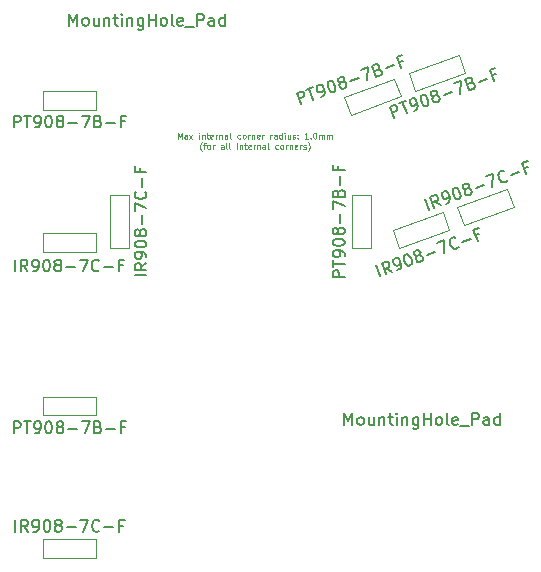
<source format=gbr>
%TF.GenerationSoftware,KiCad,Pcbnew,5.1.6-c6e7f7d~86~ubuntu18.04.1*%
%TF.CreationDate,2021-04-26T01:39:18-07:00*%
%TF.ProjectId,thumb_cluster_right,7468756d-625f-4636-9c75-737465725f72,rev?*%
%TF.SameCoordinates,Original*%
%TF.FileFunction,Other,Fab,Top*%
%FSLAX46Y46*%
G04 Gerber Fmt 4.6, Leading zero omitted, Abs format (unit mm)*
G04 Created by KiCad (PCBNEW 5.1.6-c6e7f7d~86~ubuntu18.04.1) date 2021-04-26 01:39:18*
%MOMM*%
%LPD*%
G01*
G04 APERTURE LIST*
%ADD10C,0.125000*%
%ADD11C,0.100000*%
%ADD12C,0.150000*%
G04 APERTURE END LIST*
D10*
X137474540Y-71776138D02*
X137474540Y-71276138D01*
X137641207Y-71633281D01*
X137807873Y-71276138D01*
X137807873Y-71776138D01*
X138260254Y-71776138D02*
X138260254Y-71514233D01*
X138236445Y-71466614D01*
X138188826Y-71442805D01*
X138093588Y-71442805D01*
X138045969Y-71466614D01*
X138260254Y-71752328D02*
X138212635Y-71776138D01*
X138093588Y-71776138D01*
X138045969Y-71752328D01*
X138022159Y-71704709D01*
X138022159Y-71657090D01*
X138045969Y-71609471D01*
X138093588Y-71585662D01*
X138212635Y-71585662D01*
X138260254Y-71561852D01*
X138450730Y-71776138D02*
X138712635Y-71442805D01*
X138450730Y-71442805D02*
X138712635Y-71776138D01*
X139284064Y-71776138D02*
X139284064Y-71442805D01*
X139284064Y-71276138D02*
X139260254Y-71299948D01*
X139284064Y-71323757D01*
X139307873Y-71299948D01*
X139284064Y-71276138D01*
X139284064Y-71323757D01*
X139522159Y-71442805D02*
X139522159Y-71776138D01*
X139522159Y-71490424D02*
X139545969Y-71466614D01*
X139593588Y-71442805D01*
X139665016Y-71442805D01*
X139712635Y-71466614D01*
X139736445Y-71514233D01*
X139736445Y-71776138D01*
X139903111Y-71442805D02*
X140093588Y-71442805D01*
X139974540Y-71276138D02*
X139974540Y-71704709D01*
X139998350Y-71752328D01*
X140045969Y-71776138D01*
X140093588Y-71776138D01*
X140450730Y-71752328D02*
X140403111Y-71776138D01*
X140307873Y-71776138D01*
X140260254Y-71752328D01*
X140236445Y-71704709D01*
X140236445Y-71514233D01*
X140260254Y-71466614D01*
X140307873Y-71442805D01*
X140403111Y-71442805D01*
X140450730Y-71466614D01*
X140474540Y-71514233D01*
X140474540Y-71561852D01*
X140236445Y-71609471D01*
X140688826Y-71776138D02*
X140688826Y-71442805D01*
X140688826Y-71538043D02*
X140712635Y-71490424D01*
X140736445Y-71466614D01*
X140784064Y-71442805D01*
X140831683Y-71442805D01*
X140998350Y-71442805D02*
X140998350Y-71776138D01*
X140998350Y-71490424D02*
X141022159Y-71466614D01*
X141069778Y-71442805D01*
X141141207Y-71442805D01*
X141188826Y-71466614D01*
X141212635Y-71514233D01*
X141212635Y-71776138D01*
X141665016Y-71776138D02*
X141665016Y-71514233D01*
X141641207Y-71466614D01*
X141593588Y-71442805D01*
X141498350Y-71442805D01*
X141450730Y-71466614D01*
X141665016Y-71752328D02*
X141617397Y-71776138D01*
X141498350Y-71776138D01*
X141450730Y-71752328D01*
X141426921Y-71704709D01*
X141426921Y-71657090D01*
X141450730Y-71609471D01*
X141498350Y-71585662D01*
X141617397Y-71585662D01*
X141665016Y-71561852D01*
X141974540Y-71776138D02*
X141926921Y-71752328D01*
X141903111Y-71704709D01*
X141903111Y-71276138D01*
X142760254Y-71752328D02*
X142712635Y-71776138D01*
X142617397Y-71776138D01*
X142569778Y-71752328D01*
X142545969Y-71728519D01*
X142522159Y-71680900D01*
X142522159Y-71538043D01*
X142545969Y-71490424D01*
X142569778Y-71466614D01*
X142617397Y-71442805D01*
X142712635Y-71442805D01*
X142760254Y-71466614D01*
X143045969Y-71776138D02*
X142998350Y-71752328D01*
X142974540Y-71728519D01*
X142950730Y-71680900D01*
X142950730Y-71538043D01*
X142974540Y-71490424D01*
X142998350Y-71466614D01*
X143045969Y-71442805D01*
X143117397Y-71442805D01*
X143165016Y-71466614D01*
X143188826Y-71490424D01*
X143212635Y-71538043D01*
X143212635Y-71680900D01*
X143188826Y-71728519D01*
X143165016Y-71752328D01*
X143117397Y-71776138D01*
X143045969Y-71776138D01*
X143426921Y-71776138D02*
X143426921Y-71442805D01*
X143426921Y-71538043D02*
X143450730Y-71490424D01*
X143474540Y-71466614D01*
X143522159Y-71442805D01*
X143569778Y-71442805D01*
X143736445Y-71442805D02*
X143736445Y-71776138D01*
X143736445Y-71490424D02*
X143760254Y-71466614D01*
X143807873Y-71442805D01*
X143879302Y-71442805D01*
X143926921Y-71466614D01*
X143950730Y-71514233D01*
X143950730Y-71776138D01*
X144379302Y-71752328D02*
X144331683Y-71776138D01*
X144236445Y-71776138D01*
X144188826Y-71752328D01*
X144165016Y-71704709D01*
X144165016Y-71514233D01*
X144188826Y-71466614D01*
X144236445Y-71442805D01*
X144331683Y-71442805D01*
X144379302Y-71466614D01*
X144403111Y-71514233D01*
X144403111Y-71561852D01*
X144165016Y-71609471D01*
X144617397Y-71776138D02*
X144617397Y-71442805D01*
X144617397Y-71538043D02*
X144641207Y-71490424D01*
X144665016Y-71466614D01*
X144712635Y-71442805D01*
X144760254Y-71442805D01*
X145307873Y-71776138D02*
X145307873Y-71442805D01*
X145307873Y-71538043D02*
X145331683Y-71490424D01*
X145355492Y-71466614D01*
X145403111Y-71442805D01*
X145450730Y-71442805D01*
X145831683Y-71776138D02*
X145831683Y-71514233D01*
X145807873Y-71466614D01*
X145760254Y-71442805D01*
X145665016Y-71442805D01*
X145617397Y-71466614D01*
X145831683Y-71752328D02*
X145784064Y-71776138D01*
X145665016Y-71776138D01*
X145617397Y-71752328D01*
X145593588Y-71704709D01*
X145593588Y-71657090D01*
X145617397Y-71609471D01*
X145665016Y-71585662D01*
X145784064Y-71585662D01*
X145831683Y-71561852D01*
X146284064Y-71776138D02*
X146284064Y-71276138D01*
X146284064Y-71752328D02*
X146236445Y-71776138D01*
X146141207Y-71776138D01*
X146093588Y-71752328D01*
X146069778Y-71728519D01*
X146045969Y-71680900D01*
X146045969Y-71538043D01*
X146069778Y-71490424D01*
X146093588Y-71466614D01*
X146141207Y-71442805D01*
X146236445Y-71442805D01*
X146284064Y-71466614D01*
X146522159Y-71776138D02*
X146522159Y-71442805D01*
X146522159Y-71276138D02*
X146498350Y-71299948D01*
X146522159Y-71323757D01*
X146545969Y-71299948D01*
X146522159Y-71276138D01*
X146522159Y-71323757D01*
X146974540Y-71442805D02*
X146974540Y-71776138D01*
X146760254Y-71442805D02*
X146760254Y-71704709D01*
X146784064Y-71752328D01*
X146831683Y-71776138D01*
X146903111Y-71776138D01*
X146950730Y-71752328D01*
X146974540Y-71728519D01*
X147188826Y-71752328D02*
X147236445Y-71776138D01*
X147331683Y-71776138D01*
X147379302Y-71752328D01*
X147403111Y-71704709D01*
X147403111Y-71680900D01*
X147379302Y-71633281D01*
X147331683Y-71609471D01*
X147260254Y-71609471D01*
X147212635Y-71585662D01*
X147188826Y-71538043D01*
X147188826Y-71514233D01*
X147212635Y-71466614D01*
X147260254Y-71442805D01*
X147331683Y-71442805D01*
X147379302Y-71466614D01*
X147617397Y-71728519D02*
X147641207Y-71752328D01*
X147617397Y-71776138D01*
X147593588Y-71752328D01*
X147617397Y-71728519D01*
X147617397Y-71776138D01*
X147617397Y-71466614D02*
X147641207Y-71490424D01*
X147617397Y-71514233D01*
X147593588Y-71490424D01*
X147617397Y-71466614D01*
X147617397Y-71514233D01*
X148498350Y-71776138D02*
X148212635Y-71776138D01*
X148355492Y-71776138D02*
X148355492Y-71276138D01*
X148307873Y-71347567D01*
X148260254Y-71395186D01*
X148212635Y-71418995D01*
X148712635Y-71728519D02*
X148736445Y-71752328D01*
X148712635Y-71776138D01*
X148688826Y-71752328D01*
X148712635Y-71728519D01*
X148712635Y-71776138D01*
X149045969Y-71276138D02*
X149093588Y-71276138D01*
X149141207Y-71299948D01*
X149165016Y-71323757D01*
X149188826Y-71371376D01*
X149212635Y-71466614D01*
X149212635Y-71585662D01*
X149188826Y-71680900D01*
X149165016Y-71728519D01*
X149141207Y-71752328D01*
X149093588Y-71776138D01*
X149045969Y-71776138D01*
X148998350Y-71752328D01*
X148974540Y-71728519D01*
X148950730Y-71680900D01*
X148926921Y-71585662D01*
X148926921Y-71466614D01*
X148950730Y-71371376D01*
X148974540Y-71323757D01*
X148998350Y-71299948D01*
X149045969Y-71276138D01*
X149426921Y-71776138D02*
X149426921Y-71442805D01*
X149426921Y-71490424D02*
X149450730Y-71466614D01*
X149498350Y-71442805D01*
X149569778Y-71442805D01*
X149617397Y-71466614D01*
X149641207Y-71514233D01*
X149641207Y-71776138D01*
X149641207Y-71514233D02*
X149665016Y-71466614D01*
X149712635Y-71442805D01*
X149784064Y-71442805D01*
X149831683Y-71466614D01*
X149855492Y-71514233D01*
X149855492Y-71776138D01*
X150093588Y-71776138D02*
X150093588Y-71442805D01*
X150093588Y-71490424D02*
X150117397Y-71466614D01*
X150165016Y-71442805D01*
X150236445Y-71442805D01*
X150284064Y-71466614D01*
X150307873Y-71514233D01*
X150307873Y-71776138D01*
X150307873Y-71514233D02*
X150331683Y-71466614D01*
X150379302Y-71442805D01*
X150450730Y-71442805D01*
X150498350Y-71466614D01*
X150522159Y-71514233D01*
X150522159Y-71776138D01*
X139510254Y-72841614D02*
X139486445Y-72817805D01*
X139438826Y-72746376D01*
X139415016Y-72698757D01*
X139391207Y-72627328D01*
X139367397Y-72508281D01*
X139367397Y-72413043D01*
X139391207Y-72293995D01*
X139415016Y-72222567D01*
X139438826Y-72174948D01*
X139486445Y-72103519D01*
X139510254Y-72079709D01*
X139629302Y-72317805D02*
X139819778Y-72317805D01*
X139700730Y-72651138D02*
X139700730Y-72222567D01*
X139724540Y-72174948D01*
X139772159Y-72151138D01*
X139819778Y-72151138D01*
X140057873Y-72651138D02*
X140010254Y-72627328D01*
X139986445Y-72603519D01*
X139962635Y-72555900D01*
X139962635Y-72413043D01*
X139986445Y-72365424D01*
X140010254Y-72341614D01*
X140057873Y-72317805D01*
X140129302Y-72317805D01*
X140176921Y-72341614D01*
X140200730Y-72365424D01*
X140224540Y-72413043D01*
X140224540Y-72555900D01*
X140200730Y-72603519D01*
X140176921Y-72627328D01*
X140129302Y-72651138D01*
X140057873Y-72651138D01*
X140438826Y-72651138D02*
X140438826Y-72317805D01*
X140438826Y-72413043D02*
X140462635Y-72365424D01*
X140486445Y-72341614D01*
X140534064Y-72317805D01*
X140581683Y-72317805D01*
X141343588Y-72651138D02*
X141343588Y-72389233D01*
X141319778Y-72341614D01*
X141272159Y-72317805D01*
X141176921Y-72317805D01*
X141129302Y-72341614D01*
X141343588Y-72627328D02*
X141295969Y-72651138D01*
X141176921Y-72651138D01*
X141129302Y-72627328D01*
X141105492Y-72579709D01*
X141105492Y-72532090D01*
X141129302Y-72484471D01*
X141176921Y-72460662D01*
X141295969Y-72460662D01*
X141343588Y-72436852D01*
X141653111Y-72651138D02*
X141605492Y-72627328D01*
X141581683Y-72579709D01*
X141581683Y-72151138D01*
X141915016Y-72651138D02*
X141867397Y-72627328D01*
X141843588Y-72579709D01*
X141843588Y-72151138D01*
X142486445Y-72651138D02*
X142486445Y-72317805D01*
X142486445Y-72151138D02*
X142462635Y-72174948D01*
X142486445Y-72198757D01*
X142510254Y-72174948D01*
X142486445Y-72151138D01*
X142486445Y-72198757D01*
X142724540Y-72317805D02*
X142724540Y-72651138D01*
X142724540Y-72365424D02*
X142748350Y-72341614D01*
X142795969Y-72317805D01*
X142867397Y-72317805D01*
X142915016Y-72341614D01*
X142938826Y-72389233D01*
X142938826Y-72651138D01*
X143105492Y-72317805D02*
X143295969Y-72317805D01*
X143176921Y-72151138D02*
X143176921Y-72579709D01*
X143200730Y-72627328D01*
X143248350Y-72651138D01*
X143295969Y-72651138D01*
X143653111Y-72627328D02*
X143605492Y-72651138D01*
X143510254Y-72651138D01*
X143462635Y-72627328D01*
X143438826Y-72579709D01*
X143438826Y-72389233D01*
X143462635Y-72341614D01*
X143510254Y-72317805D01*
X143605492Y-72317805D01*
X143653111Y-72341614D01*
X143676921Y-72389233D01*
X143676921Y-72436852D01*
X143438826Y-72484471D01*
X143891207Y-72651138D02*
X143891207Y-72317805D01*
X143891207Y-72413043D02*
X143915016Y-72365424D01*
X143938826Y-72341614D01*
X143986445Y-72317805D01*
X144034064Y-72317805D01*
X144200730Y-72317805D02*
X144200730Y-72651138D01*
X144200730Y-72365424D02*
X144224540Y-72341614D01*
X144272159Y-72317805D01*
X144343588Y-72317805D01*
X144391207Y-72341614D01*
X144415016Y-72389233D01*
X144415016Y-72651138D01*
X144867397Y-72651138D02*
X144867397Y-72389233D01*
X144843588Y-72341614D01*
X144795969Y-72317805D01*
X144700730Y-72317805D01*
X144653111Y-72341614D01*
X144867397Y-72627328D02*
X144819778Y-72651138D01*
X144700730Y-72651138D01*
X144653111Y-72627328D01*
X144629302Y-72579709D01*
X144629302Y-72532090D01*
X144653111Y-72484471D01*
X144700730Y-72460662D01*
X144819778Y-72460662D01*
X144867397Y-72436852D01*
X145176921Y-72651138D02*
X145129302Y-72627328D01*
X145105492Y-72579709D01*
X145105492Y-72151138D01*
X145962635Y-72627328D02*
X145915016Y-72651138D01*
X145819778Y-72651138D01*
X145772159Y-72627328D01*
X145748350Y-72603519D01*
X145724540Y-72555900D01*
X145724540Y-72413043D01*
X145748350Y-72365424D01*
X145772159Y-72341614D01*
X145819778Y-72317805D01*
X145915016Y-72317805D01*
X145962635Y-72341614D01*
X146248350Y-72651138D02*
X146200730Y-72627328D01*
X146176921Y-72603519D01*
X146153111Y-72555900D01*
X146153111Y-72413043D01*
X146176921Y-72365424D01*
X146200730Y-72341614D01*
X146248350Y-72317805D01*
X146319778Y-72317805D01*
X146367397Y-72341614D01*
X146391207Y-72365424D01*
X146415016Y-72413043D01*
X146415016Y-72555900D01*
X146391207Y-72603519D01*
X146367397Y-72627328D01*
X146319778Y-72651138D01*
X146248350Y-72651138D01*
X146629302Y-72651138D02*
X146629302Y-72317805D01*
X146629302Y-72413043D02*
X146653111Y-72365424D01*
X146676921Y-72341614D01*
X146724540Y-72317805D01*
X146772159Y-72317805D01*
X146938826Y-72317805D02*
X146938826Y-72651138D01*
X146938826Y-72365424D02*
X146962635Y-72341614D01*
X147010254Y-72317805D01*
X147081683Y-72317805D01*
X147129302Y-72341614D01*
X147153111Y-72389233D01*
X147153111Y-72651138D01*
X147581683Y-72627328D02*
X147534064Y-72651138D01*
X147438826Y-72651138D01*
X147391207Y-72627328D01*
X147367397Y-72579709D01*
X147367397Y-72389233D01*
X147391207Y-72341614D01*
X147438826Y-72317805D01*
X147534064Y-72317805D01*
X147581683Y-72341614D01*
X147605492Y-72389233D01*
X147605492Y-72436852D01*
X147367397Y-72484471D01*
X147819778Y-72651138D02*
X147819778Y-72317805D01*
X147819778Y-72413043D02*
X147843588Y-72365424D01*
X147867397Y-72341614D01*
X147915016Y-72317805D01*
X147962635Y-72317805D01*
X148105492Y-72627328D02*
X148153111Y-72651138D01*
X148248350Y-72651138D01*
X148295969Y-72627328D01*
X148319778Y-72579709D01*
X148319778Y-72555900D01*
X148295969Y-72508281D01*
X148248350Y-72484471D01*
X148176921Y-72484471D01*
X148129302Y-72460662D01*
X148105492Y-72413043D01*
X148105492Y-72389233D01*
X148129302Y-72341614D01*
X148176921Y-72317805D01*
X148248350Y-72317805D01*
X148295969Y-72341614D01*
X148486445Y-72841614D02*
X148510254Y-72817805D01*
X148557873Y-72746376D01*
X148581683Y-72698757D01*
X148605492Y-72627328D01*
X148629302Y-72508281D01*
X148629302Y-72413043D01*
X148605492Y-72293995D01*
X148581683Y-72222567D01*
X148557873Y-72174948D01*
X148510254Y-72103519D01*
X148486445Y-72079709D01*
D11*
%TO.C,PT2*%
X126050000Y-67724999D02*
X126050000Y-69324999D01*
X126050000Y-69324999D02*
X130550000Y-69324999D01*
X130550000Y-69324999D02*
X130550000Y-67724999D01*
X130550000Y-67724999D02*
X126050000Y-67724999D01*
%TO.C,PT5*%
X157012836Y-66256057D02*
X157560068Y-67759565D01*
X157560068Y-67759565D02*
X161788685Y-66220474D01*
X161788685Y-66220474D02*
X161241453Y-64716966D01*
X161241453Y-64716966D02*
X157012836Y-66256057D01*
%TO.C,PT4*%
X151562619Y-68239774D02*
X152109851Y-69743282D01*
X152109851Y-69743282D02*
X156338468Y-68204191D01*
X156338468Y-68204191D02*
X155791236Y-66700683D01*
X155791236Y-66700683D02*
X151562619Y-68239774D01*
%TO.C,PT3*%
X153799999Y-76550000D02*
X152199999Y-76550000D01*
X152199999Y-76550000D02*
X152199999Y-81050000D01*
X152199999Y-81050000D02*
X153799999Y-81050000D01*
X153799999Y-81050000D02*
X153799999Y-76550000D01*
%TO.C,PT1*%
X126050000Y-93622918D02*
X126050000Y-95222918D01*
X126050000Y-95222918D02*
X130550000Y-95222918D01*
X130550000Y-95222918D02*
X130550000Y-93622918D01*
X130550000Y-93622918D02*
X126050000Y-93622918D01*
%TO.C,IR2*%
X130550000Y-81374999D02*
X130550000Y-79774999D01*
X130550000Y-79774999D02*
X126050000Y-79774999D01*
X126050000Y-79774999D02*
X126050000Y-81374999D01*
X126050000Y-81374999D02*
X130550000Y-81374999D01*
%TO.C,IR5*%
X165910028Y-77543770D02*
X165362796Y-76040262D01*
X165362796Y-76040262D02*
X161134179Y-77579353D01*
X161134179Y-77579353D02*
X161681411Y-79082861D01*
X161681411Y-79082861D02*
X165910028Y-77543770D01*
%TO.C,IR4*%
X160459811Y-79527487D02*
X159912579Y-78023979D01*
X159912579Y-78023979D02*
X155683962Y-79563070D01*
X155683962Y-79563070D02*
X156231194Y-81066578D01*
X156231194Y-81066578D02*
X160459811Y-79527487D01*
%TO.C,IR3*%
X131700001Y-81050000D02*
X133300001Y-81050000D01*
X133300001Y-81050000D02*
X133300001Y-76550000D01*
X133300001Y-76550000D02*
X131700001Y-76550000D01*
X131700001Y-76550000D02*
X131700001Y-81050000D01*
%TO.C,IR1*%
X130550000Y-107272918D02*
X130550000Y-105672918D01*
X130550000Y-105672918D02*
X126050000Y-105672918D01*
X126050000Y-105672918D02*
X126050000Y-107272918D01*
X126050000Y-107272918D02*
X130550000Y-107272918D01*
%TD*%
%TO.C,H2*%
D12*
X128298571Y-62225298D02*
X128298571Y-61225298D01*
X128631904Y-61939584D01*
X128965238Y-61225298D01*
X128965238Y-62225298D01*
X129584285Y-62225298D02*
X129489047Y-62177679D01*
X129441428Y-62130060D01*
X129393809Y-62034822D01*
X129393809Y-61749108D01*
X129441428Y-61653870D01*
X129489047Y-61606251D01*
X129584285Y-61558632D01*
X129727142Y-61558632D01*
X129822380Y-61606251D01*
X129870000Y-61653870D01*
X129917619Y-61749108D01*
X129917619Y-62034822D01*
X129870000Y-62130060D01*
X129822380Y-62177679D01*
X129727142Y-62225298D01*
X129584285Y-62225298D01*
X130774761Y-61558632D02*
X130774761Y-62225298D01*
X130346190Y-61558632D02*
X130346190Y-62082441D01*
X130393809Y-62177679D01*
X130489047Y-62225298D01*
X130631904Y-62225298D01*
X130727142Y-62177679D01*
X130774761Y-62130060D01*
X131250952Y-61558632D02*
X131250952Y-62225298D01*
X131250952Y-61653870D02*
X131298571Y-61606251D01*
X131393809Y-61558632D01*
X131536666Y-61558632D01*
X131631904Y-61606251D01*
X131679523Y-61701489D01*
X131679523Y-62225298D01*
X132012857Y-61558632D02*
X132393809Y-61558632D01*
X132155714Y-61225298D02*
X132155714Y-62082441D01*
X132203333Y-62177679D01*
X132298571Y-62225298D01*
X132393809Y-62225298D01*
X132727142Y-62225298D02*
X132727142Y-61558632D01*
X132727142Y-61225298D02*
X132679523Y-61272918D01*
X132727142Y-61320537D01*
X132774761Y-61272918D01*
X132727142Y-61225298D01*
X132727142Y-61320537D01*
X133203333Y-61558632D02*
X133203333Y-62225298D01*
X133203333Y-61653870D02*
X133250952Y-61606251D01*
X133346190Y-61558632D01*
X133489047Y-61558632D01*
X133584285Y-61606251D01*
X133631904Y-61701489D01*
X133631904Y-62225298D01*
X134536666Y-61558632D02*
X134536666Y-62368156D01*
X134489047Y-62463394D01*
X134441428Y-62511013D01*
X134346190Y-62558632D01*
X134203333Y-62558632D01*
X134108095Y-62511013D01*
X134536666Y-62177679D02*
X134441428Y-62225298D01*
X134250952Y-62225298D01*
X134155714Y-62177679D01*
X134108095Y-62130060D01*
X134060476Y-62034822D01*
X134060476Y-61749108D01*
X134108095Y-61653870D01*
X134155714Y-61606251D01*
X134250952Y-61558632D01*
X134441428Y-61558632D01*
X134536666Y-61606251D01*
X135012857Y-62225298D02*
X135012857Y-61225298D01*
X135012857Y-61701489D02*
X135584285Y-61701489D01*
X135584285Y-62225298D02*
X135584285Y-61225298D01*
X136203333Y-62225298D02*
X136108095Y-62177679D01*
X136060476Y-62130060D01*
X136012857Y-62034822D01*
X136012857Y-61749108D01*
X136060476Y-61653870D01*
X136108095Y-61606251D01*
X136203333Y-61558632D01*
X136346190Y-61558632D01*
X136441428Y-61606251D01*
X136489047Y-61653870D01*
X136536666Y-61749108D01*
X136536666Y-62034822D01*
X136489047Y-62130060D01*
X136441428Y-62177679D01*
X136346190Y-62225298D01*
X136203333Y-62225298D01*
X137108095Y-62225298D02*
X137012857Y-62177679D01*
X136965238Y-62082441D01*
X136965238Y-61225298D01*
X137870000Y-62177679D02*
X137774761Y-62225298D01*
X137584285Y-62225298D01*
X137489047Y-62177679D01*
X137441428Y-62082441D01*
X137441428Y-61701489D01*
X137489047Y-61606251D01*
X137584285Y-61558632D01*
X137774761Y-61558632D01*
X137870000Y-61606251D01*
X137917619Y-61701489D01*
X137917619Y-61796727D01*
X137441428Y-61891965D01*
X138108095Y-62320537D02*
X138870000Y-62320537D01*
X139108095Y-62225298D02*
X139108095Y-61225298D01*
X139489047Y-61225298D01*
X139584285Y-61272918D01*
X139631904Y-61320537D01*
X139679523Y-61415775D01*
X139679523Y-61558632D01*
X139631904Y-61653870D01*
X139584285Y-61701489D01*
X139489047Y-61749108D01*
X139108095Y-61749108D01*
X140536666Y-62225298D02*
X140536666Y-61701489D01*
X140489047Y-61606251D01*
X140393809Y-61558632D01*
X140203333Y-61558632D01*
X140108095Y-61606251D01*
X140536666Y-62177679D02*
X140441428Y-62225298D01*
X140203333Y-62225298D01*
X140108095Y-62177679D01*
X140060476Y-62082441D01*
X140060476Y-61987203D01*
X140108095Y-61891965D01*
X140203333Y-61844346D01*
X140441428Y-61844346D01*
X140536666Y-61796727D01*
X141441428Y-62225298D02*
X141441428Y-61225298D01*
X141441428Y-62177679D02*
X141346190Y-62225298D01*
X141155714Y-62225298D01*
X141060476Y-62177679D01*
X141012857Y-62130060D01*
X140965238Y-62034822D01*
X140965238Y-61749108D01*
X141012857Y-61653870D01*
X141060476Y-61606251D01*
X141155714Y-61558632D01*
X141346190Y-61558632D01*
X141441428Y-61606251D01*
%TO.C,H1*%
X151583415Y-96018459D02*
X151583415Y-95018459D01*
X151916748Y-95732745D01*
X152250082Y-95018459D01*
X152250082Y-96018459D01*
X152869129Y-96018459D02*
X152773891Y-95970840D01*
X152726272Y-95923221D01*
X152678653Y-95827983D01*
X152678653Y-95542269D01*
X152726272Y-95447031D01*
X152773891Y-95399412D01*
X152869129Y-95351793D01*
X153011986Y-95351793D01*
X153107224Y-95399412D01*
X153154844Y-95447031D01*
X153202463Y-95542269D01*
X153202463Y-95827983D01*
X153154844Y-95923221D01*
X153107224Y-95970840D01*
X153011986Y-96018459D01*
X152869129Y-96018459D01*
X154059605Y-95351793D02*
X154059605Y-96018459D01*
X153631034Y-95351793D02*
X153631034Y-95875602D01*
X153678653Y-95970840D01*
X153773891Y-96018459D01*
X153916748Y-96018459D01*
X154011986Y-95970840D01*
X154059605Y-95923221D01*
X154535796Y-95351793D02*
X154535796Y-96018459D01*
X154535796Y-95447031D02*
X154583415Y-95399412D01*
X154678653Y-95351793D01*
X154821510Y-95351793D01*
X154916748Y-95399412D01*
X154964367Y-95494650D01*
X154964367Y-96018459D01*
X155297701Y-95351793D02*
X155678653Y-95351793D01*
X155440558Y-95018459D02*
X155440558Y-95875602D01*
X155488177Y-95970840D01*
X155583415Y-96018459D01*
X155678653Y-96018459D01*
X156011986Y-96018459D02*
X156011986Y-95351793D01*
X156011986Y-95018459D02*
X155964367Y-95066079D01*
X156011986Y-95113698D01*
X156059605Y-95066079D01*
X156011986Y-95018459D01*
X156011986Y-95113698D01*
X156488177Y-95351793D02*
X156488177Y-96018459D01*
X156488177Y-95447031D02*
X156535796Y-95399412D01*
X156631034Y-95351793D01*
X156773891Y-95351793D01*
X156869129Y-95399412D01*
X156916748Y-95494650D01*
X156916748Y-96018459D01*
X157821510Y-95351793D02*
X157821510Y-96161317D01*
X157773891Y-96256555D01*
X157726272Y-96304174D01*
X157631034Y-96351793D01*
X157488177Y-96351793D01*
X157392939Y-96304174D01*
X157821510Y-95970840D02*
X157726272Y-96018459D01*
X157535796Y-96018459D01*
X157440558Y-95970840D01*
X157392939Y-95923221D01*
X157345320Y-95827983D01*
X157345320Y-95542269D01*
X157392939Y-95447031D01*
X157440558Y-95399412D01*
X157535796Y-95351793D01*
X157726272Y-95351793D01*
X157821510Y-95399412D01*
X158297701Y-96018459D02*
X158297701Y-95018459D01*
X158297701Y-95494650D02*
X158869129Y-95494650D01*
X158869129Y-96018459D02*
X158869129Y-95018459D01*
X159488177Y-96018459D02*
X159392939Y-95970840D01*
X159345320Y-95923221D01*
X159297701Y-95827983D01*
X159297701Y-95542269D01*
X159345320Y-95447031D01*
X159392939Y-95399412D01*
X159488177Y-95351793D01*
X159631034Y-95351793D01*
X159726272Y-95399412D01*
X159773891Y-95447031D01*
X159821510Y-95542269D01*
X159821510Y-95827983D01*
X159773891Y-95923221D01*
X159726272Y-95970840D01*
X159631034Y-96018459D01*
X159488177Y-96018459D01*
X160392939Y-96018459D02*
X160297701Y-95970840D01*
X160250082Y-95875602D01*
X160250082Y-95018459D01*
X161154844Y-95970840D02*
X161059605Y-96018459D01*
X160869129Y-96018459D01*
X160773891Y-95970840D01*
X160726272Y-95875602D01*
X160726272Y-95494650D01*
X160773891Y-95399412D01*
X160869129Y-95351793D01*
X161059605Y-95351793D01*
X161154844Y-95399412D01*
X161202463Y-95494650D01*
X161202463Y-95589888D01*
X160726272Y-95685126D01*
X161392939Y-96113698D02*
X162154844Y-96113698D01*
X162392939Y-96018459D02*
X162392939Y-95018459D01*
X162773891Y-95018459D01*
X162869129Y-95066079D01*
X162916748Y-95113698D01*
X162964367Y-95208936D01*
X162964367Y-95351793D01*
X162916748Y-95447031D01*
X162869129Y-95494650D01*
X162773891Y-95542269D01*
X162392939Y-95542269D01*
X163821510Y-96018459D02*
X163821510Y-95494650D01*
X163773891Y-95399412D01*
X163678653Y-95351793D01*
X163488177Y-95351793D01*
X163392939Y-95399412D01*
X163821510Y-95970840D02*
X163726272Y-96018459D01*
X163488177Y-96018459D01*
X163392939Y-95970840D01*
X163345320Y-95875602D01*
X163345320Y-95780364D01*
X163392939Y-95685126D01*
X163488177Y-95637507D01*
X163726272Y-95637507D01*
X163821510Y-95589888D01*
X164726272Y-96018459D02*
X164726272Y-95018459D01*
X164726272Y-95970840D02*
X164631034Y-96018459D01*
X164440558Y-96018459D01*
X164345320Y-95970840D01*
X164297701Y-95923221D01*
X164250082Y-95827983D01*
X164250082Y-95542269D01*
X164297701Y-95447031D01*
X164345320Y-95399412D01*
X164440558Y-95351793D01*
X164631034Y-95351793D01*
X164726272Y-95399412D01*
%TO.C,PT2*%
X123585714Y-70837379D02*
X123585714Y-69837379D01*
X123966666Y-69837379D01*
X124061904Y-69884999D01*
X124109523Y-69932618D01*
X124157142Y-70027856D01*
X124157142Y-70170713D01*
X124109523Y-70265951D01*
X124061904Y-70313570D01*
X123966666Y-70361189D01*
X123585714Y-70361189D01*
X124442857Y-69837379D02*
X125014285Y-69837379D01*
X124728571Y-70837379D02*
X124728571Y-69837379D01*
X125395238Y-70837379D02*
X125585714Y-70837379D01*
X125680952Y-70789760D01*
X125728571Y-70742141D01*
X125823809Y-70599284D01*
X125871428Y-70408808D01*
X125871428Y-70027856D01*
X125823809Y-69932618D01*
X125776190Y-69884999D01*
X125680952Y-69837379D01*
X125490476Y-69837379D01*
X125395238Y-69884999D01*
X125347619Y-69932618D01*
X125300000Y-70027856D01*
X125300000Y-70265951D01*
X125347619Y-70361189D01*
X125395238Y-70408808D01*
X125490476Y-70456427D01*
X125680952Y-70456427D01*
X125776190Y-70408808D01*
X125823809Y-70361189D01*
X125871428Y-70265951D01*
X126490476Y-69837379D02*
X126585714Y-69837379D01*
X126680952Y-69884999D01*
X126728571Y-69932618D01*
X126776190Y-70027856D01*
X126823809Y-70218332D01*
X126823809Y-70456427D01*
X126776190Y-70646903D01*
X126728571Y-70742141D01*
X126680952Y-70789760D01*
X126585714Y-70837379D01*
X126490476Y-70837379D01*
X126395238Y-70789760D01*
X126347619Y-70742141D01*
X126300000Y-70646903D01*
X126252380Y-70456427D01*
X126252380Y-70218332D01*
X126300000Y-70027856D01*
X126347619Y-69932618D01*
X126395238Y-69884999D01*
X126490476Y-69837379D01*
X127395238Y-70265951D02*
X127300000Y-70218332D01*
X127252380Y-70170713D01*
X127204761Y-70075475D01*
X127204761Y-70027856D01*
X127252380Y-69932618D01*
X127300000Y-69884999D01*
X127395238Y-69837379D01*
X127585714Y-69837379D01*
X127680952Y-69884999D01*
X127728571Y-69932618D01*
X127776190Y-70027856D01*
X127776190Y-70075475D01*
X127728571Y-70170713D01*
X127680952Y-70218332D01*
X127585714Y-70265951D01*
X127395238Y-70265951D01*
X127300000Y-70313570D01*
X127252380Y-70361189D01*
X127204761Y-70456427D01*
X127204761Y-70646903D01*
X127252380Y-70742141D01*
X127300000Y-70789760D01*
X127395238Y-70837379D01*
X127585714Y-70837379D01*
X127680952Y-70789760D01*
X127728571Y-70742141D01*
X127776190Y-70646903D01*
X127776190Y-70456427D01*
X127728571Y-70361189D01*
X127680952Y-70313570D01*
X127585714Y-70265951D01*
X128204761Y-70456427D02*
X128966666Y-70456427D01*
X129347619Y-69837379D02*
X130014285Y-69837379D01*
X129585714Y-70837379D01*
X130728571Y-70313570D02*
X130871428Y-70361189D01*
X130919047Y-70408808D01*
X130966666Y-70504046D01*
X130966666Y-70646903D01*
X130919047Y-70742141D01*
X130871428Y-70789760D01*
X130776190Y-70837379D01*
X130395238Y-70837379D01*
X130395238Y-69837379D01*
X130728571Y-69837379D01*
X130823809Y-69884999D01*
X130871428Y-69932618D01*
X130919047Y-70027856D01*
X130919047Y-70123094D01*
X130871428Y-70218332D01*
X130823809Y-70265951D01*
X130728571Y-70313570D01*
X130395238Y-70313570D01*
X131395238Y-70456427D02*
X132157142Y-70456427D01*
X132966666Y-70313570D02*
X132633333Y-70313570D01*
X132633333Y-70837379D02*
X132633333Y-69837379D01*
X133109523Y-69837379D01*
%TO.C,PT5*%
X155761661Y-70023573D02*
X155419641Y-69083881D01*
X155777619Y-68953587D01*
X155883401Y-68965761D01*
X155944435Y-68994222D01*
X156021755Y-69067430D01*
X156070615Y-69201671D01*
X156058441Y-69307453D01*
X156029981Y-69368487D01*
X155956773Y-69445807D01*
X155598795Y-69576101D01*
X156225092Y-68790720D02*
X156762059Y-68595280D01*
X156835596Y-69632693D02*
X156493576Y-68693000D01*
X157462058Y-69404680D02*
X157641047Y-69339533D01*
X157714255Y-69262212D01*
X157742715Y-69201178D01*
X157783350Y-69034363D01*
X157762950Y-68839087D01*
X157632657Y-68481109D01*
X157555336Y-68407901D01*
X157494302Y-68379441D01*
X157388521Y-68367267D01*
X157209532Y-68432414D01*
X157136324Y-68509734D01*
X157107864Y-68570768D01*
X157095690Y-68676549D01*
X157177123Y-68900286D01*
X157254444Y-68973494D01*
X157315478Y-69001954D01*
X157421259Y-69014128D01*
X157600248Y-68948981D01*
X157673456Y-68871661D01*
X157701916Y-68810627D01*
X157714090Y-68704846D01*
X158149225Y-68090394D02*
X158238719Y-68057820D01*
X158344500Y-68069994D01*
X158405534Y-68098455D01*
X158482855Y-68171663D01*
X158592749Y-68334365D01*
X158674182Y-68558101D01*
X158694582Y-68753377D01*
X158682408Y-68859158D01*
X158653947Y-68920192D01*
X158580739Y-68997513D01*
X158491245Y-69030086D01*
X158385464Y-69017912D01*
X158324430Y-68989452D01*
X158247109Y-68916244D01*
X158137215Y-68753541D01*
X158055782Y-68529805D01*
X158035382Y-68334529D01*
X158047556Y-68228748D01*
X158076017Y-68167714D01*
X158149225Y-68090394D01*
X159146003Y-68183672D02*
X159040222Y-68171498D01*
X158979188Y-68143038D01*
X158901867Y-68069830D01*
X158885580Y-68025082D01*
X158897754Y-67919301D01*
X158926215Y-67858267D01*
X158999423Y-67780947D01*
X159178412Y-67715800D01*
X159284193Y-67727974D01*
X159345227Y-67756435D01*
X159422548Y-67829642D01*
X159438834Y-67874390D01*
X159426660Y-67980171D01*
X159398200Y-68041205D01*
X159324992Y-68118525D01*
X159146003Y-68183672D01*
X159072795Y-68260993D01*
X159044334Y-68322027D01*
X159032160Y-68427808D01*
X159097307Y-68606797D01*
X159174628Y-68680005D01*
X159235662Y-68708465D01*
X159341443Y-68720639D01*
X159520432Y-68655493D01*
X159593640Y-68578172D01*
X159622100Y-68517138D01*
X159634274Y-68411357D01*
X159569128Y-68232368D01*
X159491807Y-68159160D01*
X159430773Y-68130699D01*
X159324992Y-68118525D01*
X159971853Y-68085788D02*
X160687809Y-67825201D01*
X160834061Y-67113193D02*
X161460522Y-66885180D01*
X161399817Y-67971452D01*
X162294598Y-67088352D02*
X162445127Y-67084239D01*
X162506161Y-67112700D01*
X162583481Y-67185908D01*
X162632341Y-67320150D01*
X162620167Y-67425931D01*
X162591707Y-67486965D01*
X162518499Y-67564286D01*
X162160521Y-67694579D01*
X161818501Y-66754886D01*
X162131731Y-66640880D01*
X162237513Y-66653053D01*
X162298547Y-66681514D01*
X162375867Y-66754722D01*
X162408441Y-66844216D01*
X162396267Y-66949998D01*
X162367806Y-67011032D01*
X162294598Y-67088352D01*
X161981367Y-67202359D01*
X162969920Y-66994581D02*
X163685876Y-66733994D01*
X164397720Y-66322879D02*
X164084489Y-66436885D01*
X164263642Y-66929105D02*
X163921622Y-65989413D01*
X164369095Y-65826546D01*
%TO.C,PT4*%
X147881758Y-68872565D02*
X147539738Y-67932873D01*
X147897716Y-67802579D01*
X148003498Y-67814753D01*
X148064532Y-67843214D01*
X148141852Y-67916422D01*
X148190712Y-68050663D01*
X148178538Y-68156445D01*
X148150078Y-68217479D01*
X148076870Y-68294799D01*
X147718892Y-68425093D01*
X148345189Y-67639712D02*
X148882156Y-67444272D01*
X148955693Y-68481685D02*
X148613673Y-67541992D01*
X149582155Y-68253672D02*
X149761144Y-68188525D01*
X149834352Y-68111204D01*
X149862812Y-68050170D01*
X149903447Y-67883355D01*
X149883047Y-67688079D01*
X149752754Y-67330101D01*
X149675433Y-67256893D01*
X149614399Y-67228433D01*
X149508618Y-67216259D01*
X149329629Y-67281406D01*
X149256421Y-67358726D01*
X149227961Y-67419760D01*
X149215787Y-67525541D01*
X149297220Y-67749278D01*
X149374541Y-67822486D01*
X149435575Y-67850946D01*
X149541356Y-67863120D01*
X149720345Y-67797973D01*
X149793553Y-67720653D01*
X149822013Y-67659619D01*
X149834187Y-67553838D01*
X150269322Y-66939386D02*
X150358816Y-66906812D01*
X150464597Y-66918986D01*
X150525631Y-66947447D01*
X150602952Y-67020655D01*
X150712846Y-67183357D01*
X150794279Y-67407093D01*
X150814679Y-67602369D01*
X150802505Y-67708150D01*
X150774044Y-67769184D01*
X150700836Y-67846505D01*
X150611342Y-67879078D01*
X150505561Y-67866904D01*
X150444527Y-67838444D01*
X150367206Y-67765236D01*
X150257312Y-67602533D01*
X150175879Y-67378797D01*
X150155479Y-67183521D01*
X150167653Y-67077740D01*
X150196114Y-67016706D01*
X150269322Y-66939386D01*
X151266100Y-67032664D02*
X151160319Y-67020490D01*
X151099285Y-66992030D01*
X151021964Y-66918822D01*
X151005677Y-66874074D01*
X151017851Y-66768293D01*
X151046312Y-66707259D01*
X151119520Y-66629939D01*
X151298509Y-66564792D01*
X151404290Y-66576966D01*
X151465324Y-66605427D01*
X151542645Y-66678634D01*
X151558931Y-66723382D01*
X151546757Y-66829163D01*
X151518297Y-66890197D01*
X151445089Y-66967517D01*
X151266100Y-67032664D01*
X151192892Y-67109985D01*
X151164431Y-67171019D01*
X151152257Y-67276800D01*
X151217404Y-67455789D01*
X151294725Y-67528997D01*
X151355759Y-67557457D01*
X151461540Y-67569631D01*
X151640529Y-67504485D01*
X151713737Y-67427164D01*
X151742197Y-67366130D01*
X151754371Y-67260349D01*
X151689225Y-67081360D01*
X151611904Y-67008152D01*
X151550870Y-66979691D01*
X151445089Y-66967517D01*
X152091950Y-66934780D02*
X152807906Y-66674193D01*
X152954158Y-65962185D02*
X153580619Y-65734172D01*
X153519914Y-66820444D01*
X154414695Y-65937344D02*
X154565224Y-65933231D01*
X154626258Y-65961692D01*
X154703578Y-66034900D01*
X154752438Y-66169142D01*
X154740264Y-66274923D01*
X154711804Y-66335957D01*
X154638596Y-66413278D01*
X154280618Y-66543571D01*
X153938598Y-65603878D01*
X154251828Y-65489872D01*
X154357610Y-65502045D01*
X154418644Y-65530506D01*
X154495964Y-65603714D01*
X154528538Y-65693208D01*
X154516364Y-65798990D01*
X154487903Y-65860024D01*
X154414695Y-65937344D01*
X154101464Y-66051351D01*
X155090017Y-65843573D02*
X155805973Y-65582986D01*
X156517817Y-65171871D02*
X156204586Y-65285877D01*
X156383739Y-65778097D02*
X156041719Y-64838405D01*
X156489192Y-64675538D01*
%TO.C,PT3*%
X151592379Y-83514285D02*
X150592379Y-83514285D01*
X150592379Y-83133333D01*
X150639999Y-83038095D01*
X150687618Y-82990476D01*
X150782856Y-82942857D01*
X150925713Y-82942857D01*
X151020951Y-82990476D01*
X151068570Y-83038095D01*
X151116189Y-83133333D01*
X151116189Y-83514285D01*
X150592379Y-82657142D02*
X150592379Y-82085714D01*
X151592379Y-82371428D02*
X150592379Y-82371428D01*
X151592379Y-81704761D02*
X151592379Y-81514285D01*
X151544760Y-81419047D01*
X151497141Y-81371428D01*
X151354284Y-81276190D01*
X151163808Y-81228571D01*
X150782856Y-81228571D01*
X150687618Y-81276190D01*
X150639999Y-81323809D01*
X150592379Y-81419047D01*
X150592379Y-81609523D01*
X150639999Y-81704761D01*
X150687618Y-81752380D01*
X150782856Y-81800000D01*
X151020951Y-81800000D01*
X151116189Y-81752380D01*
X151163808Y-81704761D01*
X151211427Y-81609523D01*
X151211427Y-81419047D01*
X151163808Y-81323809D01*
X151116189Y-81276190D01*
X151020951Y-81228571D01*
X150592379Y-80609523D02*
X150592379Y-80514285D01*
X150639999Y-80419047D01*
X150687618Y-80371428D01*
X150782856Y-80323809D01*
X150973332Y-80276190D01*
X151211427Y-80276190D01*
X151401903Y-80323809D01*
X151497141Y-80371428D01*
X151544760Y-80419047D01*
X151592379Y-80514285D01*
X151592379Y-80609523D01*
X151544760Y-80704761D01*
X151497141Y-80752380D01*
X151401903Y-80800000D01*
X151211427Y-80847619D01*
X150973332Y-80847619D01*
X150782856Y-80800000D01*
X150687618Y-80752380D01*
X150639999Y-80704761D01*
X150592379Y-80609523D01*
X151020951Y-79704761D02*
X150973332Y-79800000D01*
X150925713Y-79847619D01*
X150830475Y-79895238D01*
X150782856Y-79895238D01*
X150687618Y-79847619D01*
X150639999Y-79800000D01*
X150592379Y-79704761D01*
X150592379Y-79514285D01*
X150639999Y-79419047D01*
X150687618Y-79371428D01*
X150782856Y-79323809D01*
X150830475Y-79323809D01*
X150925713Y-79371428D01*
X150973332Y-79419047D01*
X151020951Y-79514285D01*
X151020951Y-79704761D01*
X151068570Y-79800000D01*
X151116189Y-79847619D01*
X151211427Y-79895238D01*
X151401903Y-79895238D01*
X151497141Y-79847619D01*
X151544760Y-79800000D01*
X151592379Y-79704761D01*
X151592379Y-79514285D01*
X151544760Y-79419047D01*
X151497141Y-79371428D01*
X151401903Y-79323809D01*
X151211427Y-79323809D01*
X151116189Y-79371428D01*
X151068570Y-79419047D01*
X151020951Y-79514285D01*
X151211427Y-78895238D02*
X151211427Y-78133333D01*
X150592379Y-77752380D02*
X150592379Y-77085714D01*
X151592379Y-77514285D01*
X151068570Y-76371428D02*
X151116189Y-76228571D01*
X151163808Y-76180952D01*
X151259046Y-76133333D01*
X151401903Y-76133333D01*
X151497141Y-76180952D01*
X151544760Y-76228571D01*
X151592379Y-76323809D01*
X151592379Y-76704761D01*
X150592379Y-76704761D01*
X150592379Y-76371428D01*
X150639999Y-76276190D01*
X150687618Y-76228571D01*
X150782856Y-76180952D01*
X150878094Y-76180952D01*
X150973332Y-76228571D01*
X151020951Y-76276190D01*
X151068570Y-76371428D01*
X151068570Y-76704761D01*
X151211427Y-75704761D02*
X151211427Y-74942857D01*
X151068570Y-74133333D02*
X151068570Y-74466666D01*
X151592379Y-74466666D02*
X150592379Y-74466666D01*
X150592379Y-73990476D01*
%TO.C,PT1*%
X123585714Y-96735298D02*
X123585714Y-95735298D01*
X123966666Y-95735298D01*
X124061904Y-95782918D01*
X124109523Y-95830537D01*
X124157142Y-95925775D01*
X124157142Y-96068632D01*
X124109523Y-96163870D01*
X124061904Y-96211489D01*
X123966666Y-96259108D01*
X123585714Y-96259108D01*
X124442857Y-95735298D02*
X125014285Y-95735298D01*
X124728571Y-96735298D02*
X124728571Y-95735298D01*
X125395238Y-96735298D02*
X125585714Y-96735298D01*
X125680952Y-96687679D01*
X125728571Y-96640060D01*
X125823809Y-96497203D01*
X125871428Y-96306727D01*
X125871428Y-95925775D01*
X125823809Y-95830537D01*
X125776190Y-95782918D01*
X125680952Y-95735298D01*
X125490476Y-95735298D01*
X125395238Y-95782918D01*
X125347619Y-95830537D01*
X125300000Y-95925775D01*
X125300000Y-96163870D01*
X125347619Y-96259108D01*
X125395238Y-96306727D01*
X125490476Y-96354346D01*
X125680952Y-96354346D01*
X125776190Y-96306727D01*
X125823809Y-96259108D01*
X125871428Y-96163870D01*
X126490476Y-95735298D02*
X126585714Y-95735298D01*
X126680952Y-95782918D01*
X126728571Y-95830537D01*
X126776190Y-95925775D01*
X126823809Y-96116251D01*
X126823809Y-96354346D01*
X126776190Y-96544822D01*
X126728571Y-96640060D01*
X126680952Y-96687679D01*
X126585714Y-96735298D01*
X126490476Y-96735298D01*
X126395238Y-96687679D01*
X126347619Y-96640060D01*
X126300000Y-96544822D01*
X126252380Y-96354346D01*
X126252380Y-96116251D01*
X126300000Y-95925775D01*
X126347619Y-95830537D01*
X126395238Y-95782918D01*
X126490476Y-95735298D01*
X127395238Y-96163870D02*
X127300000Y-96116251D01*
X127252380Y-96068632D01*
X127204761Y-95973394D01*
X127204761Y-95925775D01*
X127252380Y-95830537D01*
X127300000Y-95782918D01*
X127395238Y-95735298D01*
X127585714Y-95735298D01*
X127680952Y-95782918D01*
X127728571Y-95830537D01*
X127776190Y-95925775D01*
X127776190Y-95973394D01*
X127728571Y-96068632D01*
X127680952Y-96116251D01*
X127585714Y-96163870D01*
X127395238Y-96163870D01*
X127300000Y-96211489D01*
X127252380Y-96259108D01*
X127204761Y-96354346D01*
X127204761Y-96544822D01*
X127252380Y-96640060D01*
X127300000Y-96687679D01*
X127395238Y-96735298D01*
X127585714Y-96735298D01*
X127680952Y-96687679D01*
X127728571Y-96640060D01*
X127776190Y-96544822D01*
X127776190Y-96354346D01*
X127728571Y-96259108D01*
X127680952Y-96211489D01*
X127585714Y-96163870D01*
X128204761Y-96354346D02*
X128966666Y-96354346D01*
X129347619Y-95735298D02*
X130014285Y-95735298D01*
X129585714Y-96735298D01*
X130728571Y-96211489D02*
X130871428Y-96259108D01*
X130919047Y-96306727D01*
X130966666Y-96401965D01*
X130966666Y-96544822D01*
X130919047Y-96640060D01*
X130871428Y-96687679D01*
X130776190Y-96735298D01*
X130395238Y-96735298D01*
X130395238Y-95735298D01*
X130728571Y-95735298D01*
X130823809Y-95782918D01*
X130871428Y-95830537D01*
X130919047Y-95925775D01*
X130919047Y-96021013D01*
X130871428Y-96116251D01*
X130823809Y-96163870D01*
X130728571Y-96211489D01*
X130395238Y-96211489D01*
X131395238Y-96354346D02*
X132157142Y-96354346D01*
X132966666Y-96211489D02*
X132633333Y-96211489D01*
X132633333Y-96735298D02*
X132633333Y-95735298D01*
X133109523Y-95735298D01*
%TO.C,IR2*%
X123698571Y-83025298D02*
X123698571Y-82025298D01*
X124746190Y-83025298D02*
X124412857Y-82549108D01*
X124174761Y-83025298D02*
X124174761Y-82025298D01*
X124555714Y-82025298D01*
X124650952Y-82072918D01*
X124698571Y-82120537D01*
X124746190Y-82215775D01*
X124746190Y-82358632D01*
X124698571Y-82453870D01*
X124650952Y-82501489D01*
X124555714Y-82549108D01*
X124174761Y-82549108D01*
X125222380Y-83025298D02*
X125412857Y-83025298D01*
X125508095Y-82977679D01*
X125555714Y-82930060D01*
X125650952Y-82787203D01*
X125698571Y-82596727D01*
X125698571Y-82215775D01*
X125650952Y-82120537D01*
X125603333Y-82072918D01*
X125508095Y-82025298D01*
X125317619Y-82025298D01*
X125222380Y-82072918D01*
X125174761Y-82120537D01*
X125127142Y-82215775D01*
X125127142Y-82453870D01*
X125174761Y-82549108D01*
X125222380Y-82596727D01*
X125317619Y-82644346D01*
X125508095Y-82644346D01*
X125603333Y-82596727D01*
X125650952Y-82549108D01*
X125698571Y-82453870D01*
X126317619Y-82025298D02*
X126412857Y-82025298D01*
X126508095Y-82072918D01*
X126555714Y-82120537D01*
X126603333Y-82215775D01*
X126650952Y-82406251D01*
X126650952Y-82644346D01*
X126603333Y-82834822D01*
X126555714Y-82930060D01*
X126508095Y-82977679D01*
X126412857Y-83025298D01*
X126317619Y-83025298D01*
X126222380Y-82977679D01*
X126174761Y-82930060D01*
X126127142Y-82834822D01*
X126079523Y-82644346D01*
X126079523Y-82406251D01*
X126127142Y-82215775D01*
X126174761Y-82120537D01*
X126222380Y-82072918D01*
X126317619Y-82025298D01*
X127222380Y-82453870D02*
X127127142Y-82406251D01*
X127079523Y-82358632D01*
X127031904Y-82263394D01*
X127031904Y-82215775D01*
X127079523Y-82120537D01*
X127127142Y-82072918D01*
X127222380Y-82025298D01*
X127412857Y-82025298D01*
X127508095Y-82072918D01*
X127555714Y-82120537D01*
X127603333Y-82215775D01*
X127603333Y-82263394D01*
X127555714Y-82358632D01*
X127508095Y-82406251D01*
X127412857Y-82453870D01*
X127222380Y-82453870D01*
X127127142Y-82501489D01*
X127079523Y-82549108D01*
X127031904Y-82644346D01*
X127031904Y-82834822D01*
X127079523Y-82930060D01*
X127127142Y-82977679D01*
X127222380Y-83025298D01*
X127412857Y-83025298D01*
X127508095Y-82977679D01*
X127555714Y-82930060D01*
X127603333Y-82834822D01*
X127603333Y-82644346D01*
X127555714Y-82549108D01*
X127508095Y-82501489D01*
X127412857Y-82453870D01*
X128031904Y-82644346D02*
X128793809Y-82644346D01*
X129174761Y-82025298D02*
X129841428Y-82025298D01*
X129412857Y-83025298D01*
X130793809Y-82930060D02*
X130746190Y-82977679D01*
X130603333Y-83025298D01*
X130508095Y-83025298D01*
X130365238Y-82977679D01*
X130270000Y-82882441D01*
X130222380Y-82787203D01*
X130174761Y-82596727D01*
X130174761Y-82453870D01*
X130222380Y-82263394D01*
X130270000Y-82168156D01*
X130365238Y-82072918D01*
X130508095Y-82025298D01*
X130603333Y-82025298D01*
X130746190Y-82072918D01*
X130793809Y-82120537D01*
X131222380Y-82644346D02*
X131984285Y-82644346D01*
X132793809Y-82501489D02*
X132460476Y-82501489D01*
X132460476Y-83025298D02*
X132460476Y-82025298D01*
X132936666Y-82025298D01*
%TO.C,IR5*%
X158744931Y-77802352D02*
X158402911Y-76862660D01*
X159729371Y-77444045D02*
X159253273Y-77110579D01*
X159192404Y-77639485D02*
X158850384Y-76699793D01*
X159208362Y-76569499D01*
X159314143Y-76581673D01*
X159375177Y-76610134D01*
X159452498Y-76683342D01*
X159501358Y-76817584D01*
X159489184Y-76923365D01*
X159460723Y-76984399D01*
X159387515Y-77061719D01*
X159029537Y-77192013D01*
X160176844Y-77281179D02*
X160355833Y-77216032D01*
X160429041Y-77138711D01*
X160457501Y-77077677D01*
X160498136Y-76910862D01*
X160477736Y-76715587D01*
X160347443Y-76357608D01*
X160270122Y-76284400D01*
X160209088Y-76255940D01*
X160103307Y-76243766D01*
X159924318Y-76308913D01*
X159851110Y-76386233D01*
X159822650Y-76447267D01*
X159810476Y-76553048D01*
X159891909Y-76776785D01*
X159969230Y-76849993D01*
X160030264Y-76878453D01*
X160136045Y-76890627D01*
X160315034Y-76825480D01*
X160388242Y-76748160D01*
X160416702Y-76687126D01*
X160428876Y-76581345D01*
X160864011Y-75966893D02*
X160953505Y-75934319D01*
X161059287Y-75946493D01*
X161120320Y-75974954D01*
X161197641Y-76048162D01*
X161307535Y-76210864D01*
X161388968Y-76434600D01*
X161409368Y-76629876D01*
X161397194Y-76735657D01*
X161368733Y-76796691D01*
X161295525Y-76874012D01*
X161206031Y-76906585D01*
X161100250Y-76894411D01*
X161039216Y-76865951D01*
X160961895Y-76792743D01*
X160852001Y-76630040D01*
X160770568Y-76406304D01*
X160750168Y-76211028D01*
X160762342Y-76105247D01*
X160790803Y-76044213D01*
X160864011Y-75966893D01*
X161860789Y-76060171D02*
X161755008Y-76047997D01*
X161693974Y-76019537D01*
X161616653Y-75946329D01*
X161600366Y-75901582D01*
X161612540Y-75795800D01*
X161641001Y-75734766D01*
X161714209Y-75657446D01*
X161893198Y-75592299D01*
X161998979Y-75604473D01*
X162060013Y-75632934D01*
X162137334Y-75706141D01*
X162153620Y-75750889D01*
X162141446Y-75856670D01*
X162112986Y-75917704D01*
X162039778Y-75995024D01*
X161860789Y-76060171D01*
X161787581Y-76137492D01*
X161759120Y-76198526D01*
X161746947Y-76304307D01*
X161812093Y-76483296D01*
X161889414Y-76556504D01*
X161950448Y-76584964D01*
X162056229Y-76597138D01*
X162235218Y-76531992D01*
X162308426Y-76454671D01*
X162336887Y-76393637D01*
X162349060Y-76287856D01*
X162283914Y-76108867D01*
X162206593Y-76035659D01*
X162145559Y-76007198D01*
X162039778Y-75995024D01*
X162686639Y-75962287D02*
X163402595Y-75701700D01*
X163548847Y-74989692D02*
X164175309Y-74761679D01*
X164114603Y-75847951D01*
X165379701Y-75286143D02*
X165351240Y-75347177D01*
X165233285Y-75440785D01*
X165143790Y-75473358D01*
X164993262Y-75477471D01*
X164871194Y-75420549D01*
X164793874Y-75347342D01*
X164683980Y-75184639D01*
X164635120Y-75050397D01*
X164614720Y-74855122D01*
X164626894Y-74749340D01*
X164683815Y-74627273D01*
X164801770Y-74533665D01*
X164891265Y-74501092D01*
X165041793Y-74496979D01*
X165102827Y-74525440D01*
X165684706Y-74871080D02*
X166400662Y-74610493D01*
X167112506Y-74199378D02*
X166799275Y-74313384D01*
X166978428Y-74805604D02*
X166636408Y-73865912D01*
X167083881Y-73703045D01*
%TO.C,IR4*%
X154615954Y-83448363D02*
X154273934Y-82508671D01*
X155600394Y-83090056D02*
X155124296Y-82756590D01*
X155063427Y-83285496D02*
X154721407Y-82345804D01*
X155079385Y-82215510D01*
X155185166Y-82227684D01*
X155246200Y-82256145D01*
X155323521Y-82329353D01*
X155372381Y-82463595D01*
X155360207Y-82569376D01*
X155331746Y-82630410D01*
X155258538Y-82707730D01*
X154900560Y-82838024D01*
X156047867Y-82927190D02*
X156226856Y-82862043D01*
X156300064Y-82784722D01*
X156328524Y-82723688D01*
X156369159Y-82556873D01*
X156348759Y-82361598D01*
X156218466Y-82003619D01*
X156141145Y-81930411D01*
X156080111Y-81901951D01*
X155974330Y-81889777D01*
X155795341Y-81954924D01*
X155722133Y-82032244D01*
X155693673Y-82093278D01*
X155681499Y-82199059D01*
X155762932Y-82422796D01*
X155840253Y-82496004D01*
X155901287Y-82524464D01*
X156007068Y-82536638D01*
X156186057Y-82471491D01*
X156259265Y-82394171D01*
X156287725Y-82333137D01*
X156299899Y-82227356D01*
X156735034Y-81612904D02*
X156824528Y-81580330D01*
X156930310Y-81592504D01*
X156991343Y-81620965D01*
X157068664Y-81694173D01*
X157178558Y-81856875D01*
X157259991Y-82080611D01*
X157280391Y-82275887D01*
X157268217Y-82381668D01*
X157239756Y-82442702D01*
X157166548Y-82520023D01*
X157077054Y-82552596D01*
X156971273Y-82540422D01*
X156910239Y-82511962D01*
X156832918Y-82438754D01*
X156723024Y-82276051D01*
X156641591Y-82052315D01*
X156621191Y-81857039D01*
X156633365Y-81751258D01*
X156661826Y-81690224D01*
X156735034Y-81612904D01*
X157731812Y-81706182D02*
X157626031Y-81694008D01*
X157564997Y-81665548D01*
X157487676Y-81592340D01*
X157471389Y-81547593D01*
X157483563Y-81441811D01*
X157512024Y-81380777D01*
X157585232Y-81303457D01*
X157764221Y-81238310D01*
X157870002Y-81250484D01*
X157931036Y-81278945D01*
X158008357Y-81352152D01*
X158024643Y-81396900D01*
X158012469Y-81502681D01*
X157984009Y-81563715D01*
X157910801Y-81641035D01*
X157731812Y-81706182D01*
X157658604Y-81783503D01*
X157630143Y-81844537D01*
X157617970Y-81950318D01*
X157683116Y-82129307D01*
X157760437Y-82202515D01*
X157821471Y-82230975D01*
X157927252Y-82243149D01*
X158106241Y-82178003D01*
X158179449Y-82100682D01*
X158207910Y-82039648D01*
X158220083Y-81933867D01*
X158154937Y-81754878D01*
X158077616Y-81681670D01*
X158016582Y-81653209D01*
X157910801Y-81641035D01*
X158557662Y-81608298D02*
X159273618Y-81347711D01*
X159419870Y-80635703D02*
X160046332Y-80407690D01*
X159985626Y-81493962D01*
X161250724Y-80932154D02*
X161222263Y-80993188D01*
X161104308Y-81086796D01*
X161014813Y-81119369D01*
X160864285Y-81123482D01*
X160742217Y-81066560D01*
X160664897Y-80993353D01*
X160555003Y-80830650D01*
X160506143Y-80696408D01*
X160485743Y-80501133D01*
X160497917Y-80395351D01*
X160554838Y-80273284D01*
X160672793Y-80179676D01*
X160762288Y-80147103D01*
X160912816Y-80142990D01*
X160973850Y-80171451D01*
X161555729Y-80517091D02*
X162271685Y-80256504D01*
X162983529Y-79845389D02*
X162670298Y-79959395D01*
X162849451Y-80451615D02*
X162507431Y-79511923D01*
X162954904Y-79349056D01*
%TO.C,IR3*%
X134812381Y-83371428D02*
X133812381Y-83371428D01*
X134812381Y-82323809D02*
X134336191Y-82657142D01*
X134812381Y-82895238D02*
X133812381Y-82895238D01*
X133812381Y-82514285D01*
X133860001Y-82419047D01*
X133907620Y-82371428D01*
X134002858Y-82323809D01*
X134145715Y-82323809D01*
X134240953Y-82371428D01*
X134288572Y-82419047D01*
X134336191Y-82514285D01*
X134336191Y-82895238D01*
X134812381Y-81847619D02*
X134812381Y-81657142D01*
X134764762Y-81561904D01*
X134717143Y-81514285D01*
X134574286Y-81419047D01*
X134383810Y-81371428D01*
X134002858Y-81371428D01*
X133907620Y-81419047D01*
X133860001Y-81466666D01*
X133812381Y-81561904D01*
X133812381Y-81752380D01*
X133860001Y-81847619D01*
X133907620Y-81895238D01*
X134002858Y-81942857D01*
X134240953Y-81942857D01*
X134336191Y-81895238D01*
X134383810Y-81847619D01*
X134431429Y-81752380D01*
X134431429Y-81561904D01*
X134383810Y-81466666D01*
X134336191Y-81419047D01*
X134240953Y-81371428D01*
X133812381Y-80752380D02*
X133812381Y-80657142D01*
X133860001Y-80561904D01*
X133907620Y-80514285D01*
X134002858Y-80466666D01*
X134193334Y-80419047D01*
X134431429Y-80419047D01*
X134621905Y-80466666D01*
X134717143Y-80514285D01*
X134764762Y-80561904D01*
X134812381Y-80657142D01*
X134812381Y-80752380D01*
X134764762Y-80847619D01*
X134717143Y-80895238D01*
X134621905Y-80942857D01*
X134431429Y-80990476D01*
X134193334Y-80990476D01*
X134002858Y-80942857D01*
X133907620Y-80895238D01*
X133860001Y-80847619D01*
X133812381Y-80752380D01*
X134240953Y-79847619D02*
X134193334Y-79942857D01*
X134145715Y-79990476D01*
X134050477Y-80038095D01*
X134002858Y-80038095D01*
X133907620Y-79990476D01*
X133860001Y-79942857D01*
X133812381Y-79847619D01*
X133812381Y-79657142D01*
X133860001Y-79561904D01*
X133907620Y-79514285D01*
X134002858Y-79466666D01*
X134050477Y-79466666D01*
X134145715Y-79514285D01*
X134193334Y-79561904D01*
X134240953Y-79657142D01*
X134240953Y-79847619D01*
X134288572Y-79942857D01*
X134336191Y-79990476D01*
X134431429Y-80038095D01*
X134621905Y-80038095D01*
X134717143Y-79990476D01*
X134764762Y-79942857D01*
X134812381Y-79847619D01*
X134812381Y-79657142D01*
X134764762Y-79561904D01*
X134717143Y-79514285D01*
X134621905Y-79466666D01*
X134431429Y-79466666D01*
X134336191Y-79514285D01*
X134288572Y-79561904D01*
X134240953Y-79657142D01*
X134431429Y-79038095D02*
X134431429Y-78276190D01*
X133812381Y-77895238D02*
X133812381Y-77228571D01*
X134812381Y-77657142D01*
X134717143Y-76276190D02*
X134764762Y-76323809D01*
X134812381Y-76466666D01*
X134812381Y-76561904D01*
X134764762Y-76704761D01*
X134669524Y-76800000D01*
X134574286Y-76847619D01*
X134383810Y-76895238D01*
X134240953Y-76895238D01*
X134050477Y-76847619D01*
X133955239Y-76800000D01*
X133860001Y-76704761D01*
X133812381Y-76561904D01*
X133812381Y-76466666D01*
X133860001Y-76323809D01*
X133907620Y-76276190D01*
X134431429Y-75847619D02*
X134431429Y-75085714D01*
X134288572Y-74276190D02*
X134288572Y-74609523D01*
X134812381Y-74609523D02*
X133812381Y-74609523D01*
X133812381Y-74133333D01*
%TO.C,IR1*%
X123728571Y-105065298D02*
X123728571Y-104065298D01*
X124776190Y-105065298D02*
X124442857Y-104589108D01*
X124204761Y-105065298D02*
X124204761Y-104065298D01*
X124585714Y-104065298D01*
X124680952Y-104112918D01*
X124728571Y-104160537D01*
X124776190Y-104255775D01*
X124776190Y-104398632D01*
X124728571Y-104493870D01*
X124680952Y-104541489D01*
X124585714Y-104589108D01*
X124204761Y-104589108D01*
X125252380Y-105065298D02*
X125442857Y-105065298D01*
X125538095Y-105017679D01*
X125585714Y-104970060D01*
X125680952Y-104827203D01*
X125728571Y-104636727D01*
X125728571Y-104255775D01*
X125680952Y-104160537D01*
X125633333Y-104112918D01*
X125538095Y-104065298D01*
X125347619Y-104065298D01*
X125252380Y-104112918D01*
X125204761Y-104160537D01*
X125157142Y-104255775D01*
X125157142Y-104493870D01*
X125204761Y-104589108D01*
X125252380Y-104636727D01*
X125347619Y-104684346D01*
X125538095Y-104684346D01*
X125633333Y-104636727D01*
X125680952Y-104589108D01*
X125728571Y-104493870D01*
X126347619Y-104065298D02*
X126442857Y-104065298D01*
X126538095Y-104112918D01*
X126585714Y-104160537D01*
X126633333Y-104255775D01*
X126680952Y-104446251D01*
X126680952Y-104684346D01*
X126633333Y-104874822D01*
X126585714Y-104970060D01*
X126538095Y-105017679D01*
X126442857Y-105065298D01*
X126347619Y-105065298D01*
X126252380Y-105017679D01*
X126204761Y-104970060D01*
X126157142Y-104874822D01*
X126109523Y-104684346D01*
X126109523Y-104446251D01*
X126157142Y-104255775D01*
X126204761Y-104160537D01*
X126252380Y-104112918D01*
X126347619Y-104065298D01*
X127252380Y-104493870D02*
X127157142Y-104446251D01*
X127109523Y-104398632D01*
X127061904Y-104303394D01*
X127061904Y-104255775D01*
X127109523Y-104160537D01*
X127157142Y-104112918D01*
X127252380Y-104065298D01*
X127442857Y-104065298D01*
X127538095Y-104112918D01*
X127585714Y-104160537D01*
X127633333Y-104255775D01*
X127633333Y-104303394D01*
X127585714Y-104398632D01*
X127538095Y-104446251D01*
X127442857Y-104493870D01*
X127252380Y-104493870D01*
X127157142Y-104541489D01*
X127109523Y-104589108D01*
X127061904Y-104684346D01*
X127061904Y-104874822D01*
X127109523Y-104970060D01*
X127157142Y-105017679D01*
X127252380Y-105065298D01*
X127442857Y-105065298D01*
X127538095Y-105017679D01*
X127585714Y-104970060D01*
X127633333Y-104874822D01*
X127633333Y-104684346D01*
X127585714Y-104589108D01*
X127538095Y-104541489D01*
X127442857Y-104493870D01*
X128061904Y-104684346D02*
X128823809Y-104684346D01*
X129204761Y-104065298D02*
X129871428Y-104065298D01*
X129442857Y-105065298D01*
X130823809Y-104970060D02*
X130776190Y-105017679D01*
X130633333Y-105065298D01*
X130538095Y-105065298D01*
X130395238Y-105017679D01*
X130300000Y-104922441D01*
X130252380Y-104827203D01*
X130204761Y-104636727D01*
X130204761Y-104493870D01*
X130252380Y-104303394D01*
X130300000Y-104208156D01*
X130395238Y-104112918D01*
X130538095Y-104065298D01*
X130633333Y-104065298D01*
X130776190Y-104112918D01*
X130823809Y-104160537D01*
X131252380Y-104684346D02*
X132014285Y-104684346D01*
X132823809Y-104541489D02*
X132490476Y-104541489D01*
X132490476Y-105065298D02*
X132490476Y-104065298D01*
X132966666Y-104065298D01*
%TD*%
M02*

</source>
